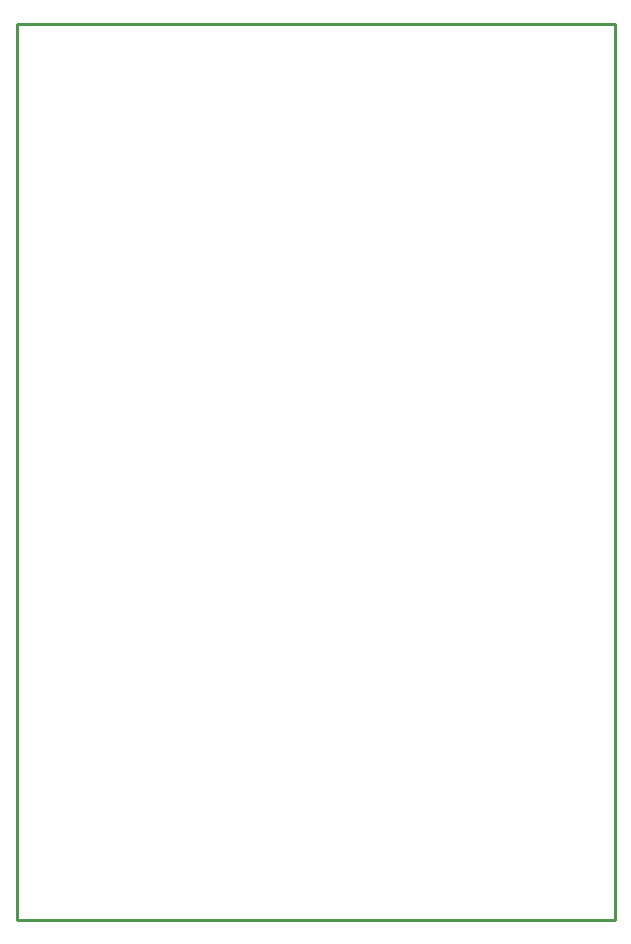
<source format=gko>
G04*
G04 #@! TF.GenerationSoftware,Altium Limited,Altium Designer,18.1.6 (161)*
G04*
G04 Layer_Color=16711935*
%FSTAX24Y24*%
%MOIN*%
G70*
G01*
G75*
%ADD10C,0.0100*%
D10*
X0375Y04928D02*
X03906D01*
X01912Y01942D02*
X03906D01*
X01912Y04928D02*
X0375D01*
X03906Y01942D02*
Y031436D01*
Y040972D01*
Y04928D01*
X01912Y01942D02*
Y04928D01*
M02*

</source>
